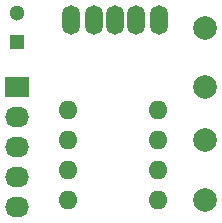
<source format=gbr>
G04 #@! TF.FileFunction,Soldermask,Top*
%FSLAX46Y46*%
G04 Gerber Fmt 4.6, Leading zero omitted, Abs format (unit mm)*
G04 Created by KiCad (PCBNEW 4.0.0-rc1-stable) date 9/23/2015 9:03:36 PM*
%MOMM*%
G01*
G04 APERTURE LIST*
%ADD10C,0.100000*%
%ADD11R,1.300000X1.300000*%
%ADD12C,1.300000*%
%ADD13R,2.032000X1.727200*%
%ADD14O,2.032000X1.727200*%
%ADD15C,1.998980*%
%ADD16O,1.600000X1.600000*%
%ADD17O,1.501140X2.499360*%
G04 APERTURE END LIST*
D10*
D11*
X144145000Y-99060000D03*
D12*
X144145000Y-96560000D03*
D13*
X144145000Y-102870000D03*
D14*
X144145000Y-105410000D03*
X144145000Y-107950000D03*
X144145000Y-110490000D03*
X144145000Y-113030000D03*
D15*
X160020000Y-112354360D03*
X160020000Y-107353100D03*
X160020000Y-102829360D03*
X160020000Y-97828100D03*
D16*
X148463000Y-104775000D03*
X148463000Y-107315000D03*
X148463000Y-109855000D03*
X148463000Y-112395000D03*
X156083000Y-112395000D03*
X156083000Y-109855000D03*
X156083000Y-107315000D03*
X156083000Y-104775000D03*
D17*
X152400000Y-97190560D03*
X148699220Y-97190560D03*
X156100780Y-97190560D03*
X154200860Y-97190560D03*
X150599140Y-97190560D03*
M02*

</source>
